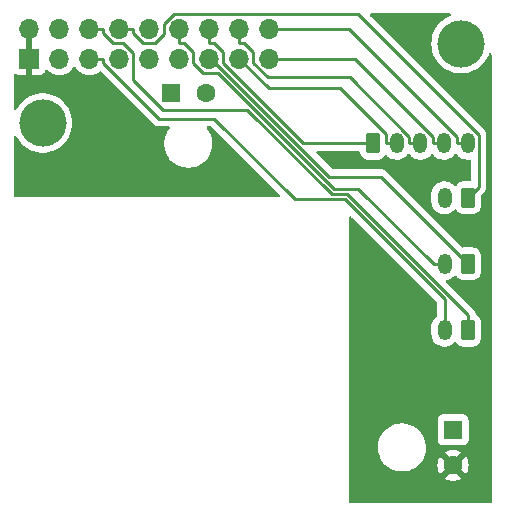
<source format=gbr>
%TF.GenerationSoftware,KiCad,Pcbnew,(6.0.2-0)*%
%TF.CreationDate,2023-02-02T13:40:45+11:00*%
%TF.ProjectId,AD3 HE Board,41443320-4845-4204-926f-6172642e6b69,rev?*%
%TF.SameCoordinates,PXbb4d38PY34c3148*%
%TF.FileFunction,Copper,L2,Bot*%
%TF.FilePolarity,Positive*%
%FSLAX46Y46*%
G04 Gerber Fmt 4.6, Leading zero omitted, Abs format (unit mm)*
G04 Created by KiCad (PCBNEW (6.0.2-0)) date 2023-02-02 13:40:45*
%MOMM*%
%LPD*%
G01*
G04 APERTURE LIST*
G04 Aperture macros list*
%AMRoundRect*
0 Rectangle with rounded corners*
0 $1 Rounding radius*
0 $2 $3 $4 $5 $6 $7 $8 $9 X,Y pos of 4 corners*
0 Add a 4 corners polygon primitive as box body*
4,1,4,$2,$3,$4,$5,$6,$7,$8,$9,$2,$3,0*
0 Add four circle primitives for the rounded corners*
1,1,$1+$1,$2,$3*
1,1,$1+$1,$4,$5*
1,1,$1+$1,$6,$7*
1,1,$1+$1,$8,$9*
0 Add four rect primitives between the rounded corners*
20,1,$1+$1,$2,$3,$4,$5,0*
20,1,$1+$1,$4,$5,$6,$7,0*
20,1,$1+$1,$6,$7,$8,$9,0*
20,1,$1+$1,$8,$9,$2,$3,0*%
G04 Aperture macros list end*
%TA.AperFunction,ComponentPad*%
%ADD10C,4.000000*%
%TD*%
%TA.AperFunction,ComponentPad*%
%ADD11R,1.700000X1.700000*%
%TD*%
%TA.AperFunction,ComponentPad*%
%ADD12O,1.700000X1.700000*%
%TD*%
%TA.AperFunction,ComponentPad*%
%ADD13R,1.605000X1.605000*%
%TD*%
%TA.AperFunction,ComponentPad*%
%ADD14C,1.605000*%
%TD*%
%TA.AperFunction,ComponentPad*%
%ADD15RoundRect,0.250000X0.350000X0.625000X-0.350000X0.625000X-0.350000X-0.625000X0.350000X-0.625000X0*%
%TD*%
%TA.AperFunction,ComponentPad*%
%ADD16O,1.200000X1.750000*%
%TD*%
%TA.AperFunction,ComponentPad*%
%ADD17RoundRect,0.250000X-0.350000X-0.625000X0.350000X-0.625000X0.350000X0.625000X-0.350000X0.625000X0*%
%TD*%
%TA.AperFunction,Conductor*%
%ADD18C,0.250000*%
%TD*%
G04 APERTURE END LIST*
D10*
%TO.P,H1,1*%
%TO.N,N/C*%
X3200000Y33025000D03*
%TD*%
D11*
%TO.P,J1,1,Pin_1*%
%TO.N,/Heater_GND*%
X2075000Y38450000D03*
D12*
%TO.P,J1,2,Pin_2*%
X2075000Y40990000D03*
%TO.P,J1,3,Pin_3*%
%TO.N,/Heater_VCC*%
X4615000Y38450000D03*
%TO.P,J1,4,Pin_4*%
X4615000Y40990000D03*
%TO.P,J1,5,Pin_5*%
%TO.N,/HS_Fan_GND*%
X7155000Y38450000D03*
%TO.P,J1,6,Pin_6*%
%TO.N,/HS_Fan_VCC*%
X7155000Y40990000D03*
%TO.P,J1,7,Pin_7*%
%TO.N,/LED_GND*%
X9695000Y38450000D03*
%TO.P,J1,8,Pin_8*%
%TO.N,/LED_VCC*%
X9695000Y40990000D03*
%TO.P,J1,9,Pin_9*%
%TO.N,unconnected-(J1-Pad9)*%
X12235000Y38450000D03*
%TO.P,J1,10,Pin_10*%
%TO.N,/Thermistor_1*%
X12235000Y40990000D03*
%TO.P,J1,11,Pin_11*%
%TO.N,/Thermistor_2*%
X14775000Y38450000D03*
%TO.P,J1,12,Pin_12*%
%TO.N,/PC_FAN_GND*%
X14775000Y40990000D03*
%TO.P,J1,13,Pin_13*%
%TO.N,/PC_FAN_VCC*%
X17315000Y38450000D03*
%TO.P,J1,14,Pin_14*%
%TO.N,/BLT_GND1*%
X17315000Y40990000D03*
%TO.P,J1,15,Pin_15*%
%TO.N,/BLT_5v*%
X19855000Y38450000D03*
%TO.P,J1,16,Pin_16*%
%TO.N,/BLT_PA1*%
X19855000Y40990000D03*
%TO.P,J1,17,Pin_17*%
%TO.N,/BLT_GND2*%
X22395000Y38450000D03*
%TO.P,J1,18,Pin_18*%
%TO.N,/BLT_PC14*%
X22395000Y40990000D03*
%TD*%
D10*
%TO.P,H2,1*%
%TO.N,N/C*%
X38625000Y39750000D03*
%TD*%
D13*
%TO.P,J3,1,1*%
%TO.N,/Thermistor_1*%
X14025000Y35595000D03*
D14*
%TO.P,J3,2,2*%
%TO.N,/Thermistor_2*%
X17025000Y35595000D03*
%TD*%
D15*
%TO.P,J5,1,Pin_1*%
%TO.N,/LED_VCC*%
X39225000Y26700000D03*
D16*
%TO.P,J5,2,Pin_2*%
%TO.N,/LED_GND*%
X37225000Y26700000D03*
%TD*%
D15*
%TO.P,J7,1,Pin_1*%
%TO.N,/HS_Fan_VCC*%
X39225000Y15475000D03*
D16*
%TO.P,J7,2,Pin_2*%
%TO.N,/HS_Fan_GND*%
X37225000Y15475000D03*
%TD*%
D13*
%TO.P,J2,1,1*%
%TO.N,/Heater_VCC*%
X37945000Y7050000D03*
D14*
%TO.P,J2,2,2*%
%TO.N,/Heater_GND*%
X37945000Y4050000D03*
%TD*%
D15*
%TO.P,J4,1,Pin_1*%
%TO.N,/PC_FAN_VCC*%
X39225000Y21100000D03*
D16*
%TO.P,J4,2,Pin_2*%
%TO.N,/PC_FAN_GND*%
X37225000Y21100000D03*
%TD*%
D17*
%TO.P,J6,1,Pin_1*%
%TO.N,/BLT_GND1*%
X31175000Y31300000D03*
D16*
%TO.P,J6,2,Pin_2*%
%TO.N,/BLT_5v*%
X33175000Y31300000D03*
%TO.P,J6,3,Pin_3*%
%TO.N,/BLT_PA1*%
X35175000Y31300000D03*
%TO.P,J6,4,Pin_4*%
%TO.N,/BLT_GND2*%
X37175000Y31300000D03*
%TO.P,J6,5,Pin_5*%
%TO.N,/BLT_PC14*%
X39175000Y31300000D03*
%TD*%
D18*
%TO.N,/HS_Fan_GND*%
X13013000Y33400000D02*
X17698600Y33400000D01*
X24538200Y26560400D02*
X28772100Y26560400D01*
X8330300Y38450000D02*
X8330300Y38082700D01*
X7155000Y38450000D02*
X8330300Y38450000D01*
X28772100Y26560400D02*
X37225000Y18107500D01*
X37225000Y18107500D02*
X37225000Y15475000D01*
X8330300Y38082700D02*
X13013000Y33400000D01*
X17698600Y33400000D02*
X24538200Y26560400D01*
%TO.N,/HS_Fan_VCC*%
X10031300Y39814700D02*
X9138200Y39814700D01*
X7155000Y40990000D02*
X8330300Y40990000D01*
X10870400Y36672600D02*
X10870400Y38975600D01*
X10870400Y38975600D02*
X10031300Y39814700D01*
X20517100Y34152800D02*
X13390200Y34152800D01*
X13390200Y34152800D02*
X10870400Y36672600D01*
X8330300Y40622600D02*
X8330300Y40990000D01*
X39225000Y15475000D02*
X39225000Y16777000D01*
X39225000Y16777000D02*
X28991300Y27010700D01*
X27659200Y27010700D02*
X20517100Y34152800D01*
X28991300Y27010700D02*
X27659200Y27010700D01*
X9138200Y39814700D02*
X8330300Y40622600D01*
%TO.N,/PC_FAN_GND*%
X18078300Y37228500D02*
X16812500Y37228500D01*
X36299700Y21100000D02*
X29938700Y27461000D01*
X29938700Y27461000D02*
X27845800Y27461000D01*
X14775000Y40990000D02*
X14775000Y39814700D01*
X15950300Y38090700D02*
X15950300Y39006800D01*
X15950300Y39006800D02*
X15142400Y39814700D01*
X37225000Y21100000D02*
X36299700Y21100000D01*
X15142400Y39814700D02*
X14775000Y39814700D01*
X27845800Y27461000D02*
X18078300Y37228500D01*
X16812500Y37228500D02*
X15950300Y38090700D01*
%TO.N,/PC_FAN_VCC*%
X17495700Y38450000D02*
X17315000Y38450000D01*
X39225000Y21100000D02*
X31853200Y28471800D01*
X31853200Y28471800D02*
X27473900Y28471800D01*
X27473900Y28471800D02*
X17495700Y38450000D01*
%TO.N,/LED_VCC*%
X29915000Y42211200D02*
X14289100Y42211200D01*
X39225000Y26700000D02*
X40119400Y27594400D01*
X13505000Y41427100D02*
X13505000Y40595200D01*
X40119400Y32006800D02*
X29915000Y42211200D01*
X10870300Y40622600D02*
X10870300Y40990000D01*
X11678200Y39814700D02*
X10870300Y40622600D01*
X13505000Y40595200D02*
X12724500Y39814700D01*
X12724500Y39814700D02*
X11678200Y39814700D01*
X40119400Y27594400D02*
X40119400Y32006800D01*
X14289100Y42211200D02*
X13505000Y41427100D01*
X9695000Y40990000D02*
X10870300Y40990000D01*
%TO.N,/BLT_PA1*%
X21030300Y39006800D02*
X20222400Y39814700D01*
X29242800Y36885200D02*
X22284200Y36885200D01*
X34249700Y31300000D02*
X34249700Y31878300D01*
X19855000Y40990000D02*
X19855000Y39814700D01*
X34249700Y31878300D02*
X29242800Y36885200D01*
X21030300Y38139100D02*
X21030300Y39006800D01*
X22284200Y36885200D02*
X21030300Y38139100D01*
X20222400Y39814700D02*
X19855000Y39814700D01*
X35175000Y31300000D02*
X34249700Y31300000D01*
%TO.N,/BLT_GND1*%
X18490300Y38094300D02*
X18490300Y39006800D01*
X25284600Y31300000D02*
X18490300Y38094300D01*
X18490300Y39006800D02*
X17682400Y39814700D01*
X17682400Y39814700D02*
X17315000Y39814700D01*
X31175000Y31300000D02*
X25284600Y31300000D01*
X17315000Y40990000D02*
X17315000Y39814700D01*
%TO.N,/BLT_PC14*%
X29138000Y40990000D02*
X22395000Y40990000D01*
X38249700Y31878300D02*
X29138000Y40990000D01*
X39175000Y31300000D02*
X38249700Y31300000D01*
X38249700Y31300000D02*
X38249700Y31878300D01*
%TO.N,/BLT_5v*%
X32249700Y31300000D02*
X32249700Y32109600D01*
X33175000Y31300000D02*
X32249700Y31300000D01*
X32249700Y32109600D02*
X28415400Y35943900D01*
X22361100Y35943900D02*
X19855000Y38450000D01*
X28415400Y35943900D02*
X22361100Y35943900D01*
%TO.N,/BLT_GND2*%
X37175000Y31300000D02*
X36249700Y31300000D01*
X36249700Y31878300D02*
X29678000Y38450000D01*
X29678000Y38450000D02*
X22395000Y38450000D01*
X36249700Y31300000D02*
X36249700Y31878300D01*
%TD*%
%TA.AperFunction,Conductor*%
%TO.N,/Heater_GND*%
G36*
X37701836Y42296998D02*
G01*
X37748329Y42243342D01*
X37758433Y42173068D01*
X37728939Y42108488D01*
X37680099Y42073848D01*
X37558495Y42025702D01*
X37558490Y42025700D01*
X37554821Y42024247D01*
X37551353Y42022341D01*
X37551352Y42022340D01*
X37482906Y41984711D01*
X37278221Y41872184D01*
X37107340Y41748032D01*
X37027375Y41689934D01*
X37022860Y41686654D01*
X36792767Y41470582D01*
X36591568Y41227375D01*
X36422438Y40960869D01*
X36420754Y40957290D01*
X36420750Y40957283D01*
X36346873Y40800285D01*
X36288044Y40675266D01*
X36190505Y40375072D01*
X36131359Y40065020D01*
X36111540Y39750000D01*
X36131359Y39434980D01*
X36190505Y39124928D01*
X36288044Y38824734D01*
X36289731Y38821148D01*
X36289733Y38821144D01*
X36420750Y38542717D01*
X36420754Y38542710D01*
X36422438Y38539131D01*
X36591568Y38272625D01*
X36594093Y38269573D01*
X36782060Y38042361D01*
X36792767Y38029418D01*
X37022860Y37813346D01*
X37026062Y37811019D01*
X37026064Y37811018D01*
X37037960Y37802375D01*
X37278221Y37627816D01*
X37281690Y37625909D01*
X37281693Y37625907D01*
X37512619Y37498954D01*
X37554821Y37475753D01*
X37558490Y37474300D01*
X37558495Y37474298D01*
X37828350Y37367455D01*
X37848298Y37359557D01*
X38154025Y37281060D01*
X38467179Y37241500D01*
X38782821Y37241500D01*
X39095975Y37281060D01*
X39401702Y37359557D01*
X39421650Y37367455D01*
X39691505Y37474298D01*
X39691510Y37474300D01*
X39695179Y37475753D01*
X39737381Y37498954D01*
X39968307Y37625907D01*
X39968310Y37625909D01*
X39971779Y37627816D01*
X40212040Y37802375D01*
X40223936Y37811018D01*
X40223938Y37811019D01*
X40227140Y37813346D01*
X40457233Y38029418D01*
X40467941Y38042361D01*
X40655907Y38269573D01*
X40658432Y38272625D01*
X40827562Y38539131D01*
X40829246Y38542710D01*
X40829250Y38542717D01*
X40960267Y38821144D01*
X40960269Y38821148D01*
X40961956Y38824734D01*
X40971167Y38853083D01*
X41011240Y38911688D01*
X41076636Y38939326D01*
X41146593Y38927219D01*
X41198900Y38879214D01*
X41217000Y38814147D01*
X41217000Y959000D01*
X41196998Y890879D01*
X41143342Y844386D01*
X41091000Y833000D01*
X29259000Y833000D01*
X29190879Y853002D01*
X29144386Y906658D01*
X29133000Y959000D01*
X29133000Y2962143D01*
X37221697Y2962143D01*
X37230994Y2950127D01*
X37282742Y2913893D01*
X37292228Y2908415D01*
X37490085Y2816154D01*
X37500381Y2812406D01*
X37711255Y2755902D01*
X37722042Y2754000D01*
X37939525Y2734973D01*
X37950475Y2734973D01*
X38167958Y2754000D01*
X38178745Y2755902D01*
X38389619Y2812406D01*
X38399915Y2816154D01*
X38597772Y2908415D01*
X38607258Y2913893D01*
X38659844Y2950713D01*
X38668219Y2961191D01*
X38661151Y2974639D01*
X37957812Y3677978D01*
X37943868Y3685592D01*
X37942035Y3685461D01*
X37935420Y3681210D01*
X37228127Y2973917D01*
X37221697Y2962143D01*
X29133000Y2962143D01*
X29133000Y5621141D01*
X31587776Y5621141D01*
X31587929Y5616753D01*
X31587929Y5616747D01*
X31596720Y5365027D01*
X31597701Y5336922D01*
X31598463Y5332599D01*
X31598464Y5332592D01*
X31621774Y5200397D01*
X31647085Y5056850D01*
X31648440Y5052679D01*
X31648442Y5052672D01*
X31721101Y4829051D01*
X31734967Y4786377D01*
X31736895Y4782424D01*
X31736897Y4782419D01*
X31744832Y4766151D01*
X31859637Y4530767D01*
X31862092Y4527128D01*
X31862095Y4527122D01*
X31938122Y4414408D01*
X32018667Y4294995D01*
X32021611Y4291726D01*
X32021612Y4291724D01*
X32038509Y4272958D01*
X32208963Y4083650D01*
X32426820Y3900846D01*
X32667998Y3750141D01*
X32927804Y3634469D01*
X33201179Y3556079D01*
X33205533Y3555467D01*
X33205538Y3555466D01*
X33375770Y3531542D01*
X33482804Y3516500D01*
X33696018Y3516500D01*
X33698204Y3516653D01*
X33698208Y3516653D01*
X33904315Y3531065D01*
X33904320Y3531066D01*
X33908700Y3531372D01*
X34186877Y3590501D01*
X34191006Y3592004D01*
X34191010Y3592005D01*
X34449974Y3686260D01*
X34449978Y3686262D01*
X34454119Y3687769D01*
X34458009Y3689837D01*
X34458015Y3689840D01*
X34701330Y3819213D01*
X34701336Y3819217D01*
X34705222Y3821283D01*
X34708782Y3823870D01*
X34708786Y3823872D01*
X34931738Y3985855D01*
X34931741Y3985858D01*
X34935301Y3988444D01*
X34985777Y4037188D01*
X34993375Y4044525D01*
X36629973Y4044525D01*
X36649000Y3827042D01*
X36650902Y3816255D01*
X36707406Y3605381D01*
X36711154Y3595085D01*
X36803415Y3397228D01*
X36808893Y3387742D01*
X36845713Y3335156D01*
X36856191Y3326781D01*
X36869639Y3333849D01*
X37572978Y4037188D01*
X37579356Y4048868D01*
X38309408Y4048868D01*
X38309539Y4047035D01*
X38313790Y4040420D01*
X39021083Y3333127D01*
X39032857Y3326697D01*
X39044873Y3335994D01*
X39081107Y3387742D01*
X39086585Y3397228D01*
X39178846Y3595085D01*
X39182594Y3605381D01*
X39239098Y3816255D01*
X39241000Y3827042D01*
X39260027Y4044525D01*
X39260027Y4055475D01*
X39241000Y4272958D01*
X39239098Y4283745D01*
X39182594Y4494619D01*
X39178846Y4504915D01*
X39086585Y4702772D01*
X39081107Y4712258D01*
X39044287Y4764844D01*
X39033809Y4773219D01*
X39020361Y4766151D01*
X38317022Y4062812D01*
X38309408Y4048868D01*
X37579356Y4048868D01*
X37580592Y4051132D01*
X37580461Y4052965D01*
X37576210Y4059580D01*
X36868917Y4766873D01*
X36857143Y4773303D01*
X36845127Y4764006D01*
X36808893Y4712258D01*
X36803415Y4702772D01*
X36711154Y4504915D01*
X36707406Y4494619D01*
X36650902Y4283745D01*
X36649000Y4272958D01*
X36629973Y4055475D01*
X36629973Y4044525D01*
X34993375Y4044525D01*
X35136710Y4182943D01*
X35136714Y4182947D01*
X35139875Y4186000D01*
X35314965Y4410104D01*
X35384630Y4530767D01*
X35454956Y4652575D01*
X35454959Y4652580D01*
X35457161Y4656395D01*
X35458811Y4660479D01*
X35458814Y4660485D01*
X35562047Y4915998D01*
X35563696Y4920079D01*
X35618232Y5138809D01*
X37221781Y5138809D01*
X37228849Y5125361D01*
X37932188Y4422022D01*
X37946132Y4414408D01*
X37947965Y4414539D01*
X37954580Y4418790D01*
X38661873Y5126083D01*
X38668303Y5137857D01*
X38659006Y5149873D01*
X38607258Y5186107D01*
X38597772Y5191585D01*
X38399915Y5283846D01*
X38389619Y5287594D01*
X38178745Y5344098D01*
X38167958Y5346000D01*
X37950475Y5365027D01*
X37939525Y5365027D01*
X37722042Y5346000D01*
X37711255Y5344098D01*
X37500381Y5287594D01*
X37490085Y5283846D01*
X37292228Y5191585D01*
X37282742Y5186107D01*
X37230156Y5149287D01*
X37221781Y5138809D01*
X35618232Y5138809D01*
X35632497Y5196024D01*
X35641728Y5283846D01*
X35661765Y5474490D01*
X35661765Y5474493D01*
X35662224Y5478859D01*
X35657409Y5616747D01*
X35652453Y5758681D01*
X35652452Y5758687D01*
X35652299Y5763078D01*
X35645389Y5802271D01*
X35603677Y6038827D01*
X35602915Y6043150D01*
X35601560Y6047321D01*
X35601558Y6047328D01*
X35552158Y6199366D01*
X36634000Y6199366D01*
X36640755Y6137184D01*
X36691885Y6000795D01*
X36779239Y5884239D01*
X36895795Y5796885D01*
X37032184Y5745755D01*
X37094366Y5739000D01*
X38795634Y5739000D01*
X38857816Y5745755D01*
X38994205Y5796885D01*
X39110761Y5884239D01*
X39198115Y6000795D01*
X39249245Y6137184D01*
X39256000Y6199366D01*
X39256000Y7900634D01*
X39249245Y7962816D01*
X39198115Y8099205D01*
X39110761Y8215761D01*
X38994205Y8303115D01*
X38857816Y8354245D01*
X38795634Y8361000D01*
X37094366Y8361000D01*
X37032184Y8354245D01*
X36895795Y8303115D01*
X36779239Y8215761D01*
X36691885Y8099205D01*
X36640755Y7962816D01*
X36634000Y7900634D01*
X36634000Y6199366D01*
X35552158Y6199366D01*
X35516394Y6309434D01*
X35515033Y6313623D01*
X35390363Y6569233D01*
X35387908Y6572872D01*
X35387905Y6572878D01*
X35233792Y6801359D01*
X35231333Y6805005D01*
X35041037Y7016350D01*
X34823180Y7199154D01*
X34582002Y7349859D01*
X34322196Y7465531D01*
X34048821Y7543921D01*
X34044467Y7544533D01*
X34044462Y7544534D01*
X33870833Y7568935D01*
X33767196Y7583500D01*
X33553982Y7583500D01*
X33551796Y7583347D01*
X33551792Y7583347D01*
X33345685Y7568935D01*
X33345680Y7568934D01*
X33341300Y7568628D01*
X33063123Y7509499D01*
X33058994Y7507996D01*
X33058990Y7507995D01*
X32800026Y7413740D01*
X32800022Y7413738D01*
X32795881Y7412231D01*
X32791991Y7410163D01*
X32791985Y7410160D01*
X32548670Y7280787D01*
X32548664Y7280783D01*
X32544778Y7278717D01*
X32541218Y7276130D01*
X32541214Y7276128D01*
X32318262Y7114145D01*
X32314699Y7111556D01*
X32311535Y7108500D01*
X32311532Y7108498D01*
X32113290Y6917057D01*
X32113286Y6917053D01*
X32110125Y6914000D01*
X31935035Y6689896D01*
X31932832Y6686080D01*
X31863089Y6565281D01*
X31792839Y6443605D01*
X31791189Y6439521D01*
X31791186Y6439515D01*
X31713105Y6246255D01*
X31686304Y6179921D01*
X31617503Y5903976D01*
X31617044Y5899608D01*
X31617043Y5899603D01*
X31600202Y5739369D01*
X31587776Y5621141D01*
X29133000Y5621141D01*
X29133000Y24999406D01*
X29153002Y25067527D01*
X29206658Y25114020D01*
X29276932Y25124124D01*
X29341512Y25094630D01*
X29348095Y25088501D01*
X36554595Y17882000D01*
X36588621Y17819688D01*
X36591500Y17792905D01*
X36591500Y16724807D01*
X36571498Y16656686D01*
X36538399Y16622037D01*
X36502280Y16596416D01*
X36502276Y16596413D01*
X36497389Y16592946D01*
X36351119Y16440150D01*
X36236380Y16262452D01*
X36157314Y16066263D01*
X36116772Y15858663D01*
X36116500Y15853101D01*
X36116500Y15147154D01*
X36131548Y14989434D01*
X36191092Y14786466D01*
X36193836Y14781139D01*
X36193836Y14781138D01*
X36241491Y14688611D01*
X36287942Y14598420D01*
X36418604Y14432080D01*
X36423135Y14428148D01*
X36423138Y14428145D01*
X36509058Y14353588D01*
X36578363Y14293448D01*
X36583549Y14290448D01*
X36583553Y14290445D01*
X36679957Y14234674D01*
X36761454Y14187527D01*
X36961271Y14118139D01*
X36967206Y14117278D01*
X36967208Y14117278D01*
X37164664Y14088648D01*
X37164667Y14088648D01*
X37170604Y14087787D01*
X37381899Y14097567D01*
X37513077Y14129181D01*
X37581701Y14145719D01*
X37581703Y14145720D01*
X37587534Y14147125D01*
X37592992Y14149607D01*
X37592996Y14149608D01*
X37708041Y14201916D01*
X37780087Y14234674D01*
X37952611Y14357054D01*
X37956753Y14361381D01*
X37956759Y14361386D01*
X38043806Y14452317D01*
X38105361Y14487694D01*
X38176270Y14484175D01*
X38234021Y14442879D01*
X38241965Y14431496D01*
X38276522Y14375652D01*
X38401697Y14250695D01*
X38407927Y14246855D01*
X38407928Y14246854D01*
X38545090Y14162306D01*
X38552262Y14157885D01*
X38577217Y14149608D01*
X38713611Y14104368D01*
X38713613Y14104368D01*
X38720139Y14102203D01*
X38726975Y14101503D01*
X38726978Y14101502D01*
X38765386Y14097567D01*
X38824600Y14091500D01*
X39625400Y14091500D01*
X39628646Y14091837D01*
X39628650Y14091837D01*
X39724308Y14101762D01*
X39724312Y14101763D01*
X39731166Y14102474D01*
X39737702Y14104655D01*
X39737704Y14104655D01*
X39872443Y14149608D01*
X39898946Y14158450D01*
X40049348Y14251522D01*
X40174305Y14376697D01*
X40211352Y14436798D01*
X40263275Y14521032D01*
X40263276Y14521034D01*
X40267115Y14527262D01*
X40322797Y14695139D01*
X40333500Y14799600D01*
X40333500Y16150400D01*
X40322526Y16256166D01*
X40318749Y16267489D01*
X40268868Y16416998D01*
X40266550Y16423946D01*
X40173478Y16574348D01*
X40048303Y16699305D01*
X40042072Y16703146D01*
X39914164Y16781990D01*
X39866671Y16834763D01*
X39855912Y16869278D01*
X39855673Y16876890D01*
X39850022Y16896342D01*
X39846014Y16915694D01*
X39844467Y16927937D01*
X39843474Y16935797D01*
X39840556Y16943168D01*
X39827200Y16976903D01*
X39823355Y16988130D01*
X39816557Y17011527D01*
X39811018Y17030593D01*
X39806984Y17037415D01*
X39806981Y17037421D01*
X39800706Y17048032D01*
X39792010Y17065782D01*
X39787472Y17077244D01*
X39787469Y17077249D01*
X39784552Y17084617D01*
X39758573Y17120375D01*
X39752057Y17130293D01*
X39733575Y17161543D01*
X39729542Y17168363D01*
X39715218Y17182687D01*
X39702376Y17197722D01*
X39690472Y17214107D01*
X39656406Y17242289D01*
X39647627Y17250278D01*
X37374381Y19523524D01*
X37340355Y19585836D01*
X37345420Y19656651D01*
X37387967Y19713487D01*
X37433955Y19735112D01*
X37581701Y19770719D01*
X37581703Y19770720D01*
X37587534Y19772125D01*
X37592992Y19774607D01*
X37592996Y19774608D01*
X37708041Y19826916D01*
X37780087Y19859674D01*
X37952611Y19982054D01*
X37956753Y19986381D01*
X37956759Y19986386D01*
X38043806Y20077317D01*
X38105361Y20112694D01*
X38176270Y20109175D01*
X38234021Y20067879D01*
X38241965Y20056496D01*
X38276522Y20000652D01*
X38401697Y19875695D01*
X38407927Y19871855D01*
X38407928Y19871854D01*
X38545090Y19787306D01*
X38552262Y19782885D01*
X38577217Y19774608D01*
X38713611Y19729368D01*
X38713613Y19729368D01*
X38720139Y19727203D01*
X38726975Y19726503D01*
X38726978Y19726502D01*
X38765386Y19722567D01*
X38824600Y19716500D01*
X39625400Y19716500D01*
X39628646Y19716837D01*
X39628650Y19716837D01*
X39724308Y19726762D01*
X39724312Y19726763D01*
X39731166Y19727474D01*
X39737702Y19729655D01*
X39737704Y19729655D01*
X39872443Y19774608D01*
X39898946Y19783450D01*
X40049348Y19876522D01*
X40174305Y20001697D01*
X40208081Y20056491D01*
X40263275Y20146032D01*
X40263276Y20146034D01*
X40267115Y20152262D01*
X40322797Y20320139D01*
X40333500Y20424600D01*
X40333500Y21775400D01*
X40322526Y21881166D01*
X40266550Y22048946D01*
X40173478Y22199348D01*
X40048303Y22324305D01*
X39897738Y22417115D01*
X39817995Y22443564D01*
X39736389Y22470632D01*
X39736387Y22470632D01*
X39729861Y22472797D01*
X39723025Y22473497D01*
X39723022Y22473498D01*
X39679969Y22477909D01*
X39625400Y22483500D01*
X38824600Y22483500D01*
X38821354Y22483163D01*
X38821350Y22483163D01*
X38805276Y22481495D01*
X38735454Y22494360D01*
X38703177Y22517727D01*
X35543588Y25677317D01*
X32356852Y28864053D01*
X32349312Y28872339D01*
X32345200Y28878818D01*
X32295548Y28925444D01*
X32292707Y28928198D01*
X32272970Y28947935D01*
X32269773Y28950415D01*
X32260751Y28958120D01*
X32234300Y28982959D01*
X32228521Y28988386D01*
X32221575Y28992205D01*
X32221572Y28992207D01*
X32210766Y28998148D01*
X32194247Y29008999D01*
X32193783Y29009359D01*
X32178241Y29021414D01*
X32170972Y29024559D01*
X32170968Y29024562D01*
X32137663Y29038974D01*
X32127013Y29044191D01*
X32088260Y29065495D01*
X32068637Y29070533D01*
X32049934Y29076937D01*
X32038620Y29081833D01*
X32038619Y29081833D01*
X32031345Y29084981D01*
X32023522Y29086220D01*
X32023512Y29086223D01*
X31987676Y29091899D01*
X31976056Y29094305D01*
X31940911Y29103328D01*
X31940910Y29103328D01*
X31933230Y29105300D01*
X31912976Y29105300D01*
X31893265Y29106851D01*
X31881086Y29108780D01*
X31873257Y29110020D01*
X31865365Y29109274D01*
X31829239Y29105859D01*
X31817381Y29105300D01*
X27788494Y29105300D01*
X27720373Y29125302D01*
X27699399Y29142205D01*
X26390199Y30451405D01*
X26356173Y30513717D01*
X26361238Y30584532D01*
X26403785Y30641368D01*
X26470305Y30666179D01*
X26479294Y30666500D01*
X29948550Y30666500D01*
X30016671Y30646498D01*
X30063164Y30592842D01*
X30073877Y30553504D01*
X30077474Y30518834D01*
X30133450Y30351054D01*
X30226522Y30200652D01*
X30351697Y30075695D01*
X30357927Y30071855D01*
X30357928Y30071854D01*
X30495090Y29987306D01*
X30502262Y29982885D01*
X30527217Y29974608D01*
X30663611Y29929368D01*
X30663613Y29929368D01*
X30670139Y29927203D01*
X30676975Y29926503D01*
X30676978Y29926502D01*
X30715386Y29922567D01*
X30774600Y29916500D01*
X31575400Y29916500D01*
X31578646Y29916837D01*
X31578650Y29916837D01*
X31674308Y29926762D01*
X31674312Y29926763D01*
X31681166Y29927474D01*
X31687702Y29929655D01*
X31687704Y29929655D01*
X31822443Y29974608D01*
X31848946Y29983450D01*
X31999348Y30076522D01*
X32124305Y30201697D01*
X32156075Y30253236D01*
X32208846Y30300729D01*
X32278918Y30312153D01*
X32344042Y30283879D01*
X32362418Y30264955D01*
X32368604Y30257080D01*
X32373135Y30253148D01*
X32373138Y30253145D01*
X32459058Y30178588D01*
X32528363Y30118448D01*
X32533549Y30115448D01*
X32533553Y30115445D01*
X32629957Y30059674D01*
X32711454Y30012527D01*
X32911271Y29943139D01*
X32917206Y29942278D01*
X32917208Y29942278D01*
X33114664Y29913648D01*
X33114667Y29913648D01*
X33120604Y29912787D01*
X33331899Y29922567D01*
X33485899Y29959681D01*
X33531701Y29970719D01*
X33531703Y29970720D01*
X33537534Y29972125D01*
X33542992Y29974607D01*
X33542996Y29974608D01*
X33658041Y30026916D01*
X33730087Y30059674D01*
X33902611Y30182054D01*
X34048881Y30334850D01*
X34060124Y30352262D01*
X34069746Y30367163D01*
X34123501Y30413540D01*
X34193797Y30423493D01*
X34258314Y30393861D01*
X34274681Y30376649D01*
X34368604Y30257080D01*
X34373135Y30253148D01*
X34373138Y30253145D01*
X34459058Y30178588D01*
X34528363Y30118448D01*
X34533549Y30115448D01*
X34533553Y30115445D01*
X34629957Y30059674D01*
X34711454Y30012527D01*
X34911271Y29943139D01*
X34917206Y29942278D01*
X34917208Y29942278D01*
X35114664Y29913648D01*
X35114667Y29913648D01*
X35120604Y29912787D01*
X35331899Y29922567D01*
X35485899Y29959681D01*
X35531701Y29970719D01*
X35531703Y29970720D01*
X35537534Y29972125D01*
X35542992Y29974607D01*
X35542996Y29974608D01*
X35658041Y30026916D01*
X35730087Y30059674D01*
X35902611Y30182054D01*
X36048881Y30334850D01*
X36060124Y30352262D01*
X36069746Y30367163D01*
X36123501Y30413540D01*
X36193797Y30423493D01*
X36258314Y30393861D01*
X36274681Y30376649D01*
X36368604Y30257080D01*
X36373135Y30253148D01*
X36373138Y30253145D01*
X36459058Y30178588D01*
X36528363Y30118448D01*
X36533549Y30115448D01*
X36533553Y30115445D01*
X36629957Y30059674D01*
X36711454Y30012527D01*
X36911271Y29943139D01*
X36917206Y29942278D01*
X36917208Y29942278D01*
X37114664Y29913648D01*
X37114667Y29913648D01*
X37120604Y29912787D01*
X37331899Y29922567D01*
X37485899Y29959681D01*
X37531701Y29970719D01*
X37531703Y29970720D01*
X37537534Y29972125D01*
X37542992Y29974607D01*
X37542996Y29974608D01*
X37658041Y30026916D01*
X37730087Y30059674D01*
X37902611Y30182054D01*
X38048881Y30334850D01*
X38060124Y30352262D01*
X38069746Y30367163D01*
X38123501Y30413540D01*
X38193797Y30423493D01*
X38258314Y30393861D01*
X38274681Y30376649D01*
X38368604Y30257080D01*
X38373135Y30253148D01*
X38373138Y30253145D01*
X38459058Y30178588D01*
X38528363Y30118448D01*
X38533549Y30115448D01*
X38533553Y30115445D01*
X38629957Y30059674D01*
X38711454Y30012527D01*
X38911271Y29943139D01*
X38917206Y29942278D01*
X38917208Y29942278D01*
X39114664Y29913648D01*
X39114667Y29913648D01*
X39120604Y29912787D01*
X39331899Y29922567D01*
X39337734Y29923973D01*
X39342146Y29924601D01*
X39412406Y29914397D01*
X39465995Y29867827D01*
X39485900Y29799858D01*
X39485900Y28209500D01*
X39465898Y28141379D01*
X39412242Y28094886D01*
X39359900Y28083500D01*
X38824600Y28083500D01*
X38821354Y28083163D01*
X38821350Y28083163D01*
X38725692Y28073238D01*
X38725688Y28073237D01*
X38718834Y28072526D01*
X38712298Y28070345D01*
X38712296Y28070345D01*
X38589213Y28029281D01*
X38551054Y28016550D01*
X38400652Y27923478D01*
X38275695Y27798303D01*
X38271855Y27792073D01*
X38271854Y27792072D01*
X38243926Y27746764D01*
X38191154Y27699271D01*
X38121082Y27687847D01*
X38055958Y27716121D01*
X38037582Y27735045D01*
X38031396Y27742920D01*
X38026865Y27746852D01*
X38026862Y27746855D01*
X37876167Y27877621D01*
X37871637Y27881552D01*
X37866451Y27884552D01*
X37866447Y27884555D01*
X37693742Y27984467D01*
X37688546Y27987473D01*
X37488729Y28056861D01*
X37482794Y28057722D01*
X37482792Y28057722D01*
X37285336Y28086352D01*
X37285333Y28086352D01*
X37279396Y28087213D01*
X37068101Y28077433D01*
X36936923Y28045819D01*
X36868299Y28029281D01*
X36868297Y28029280D01*
X36862466Y28027875D01*
X36857008Y28025393D01*
X36857004Y28025392D01*
X36741959Y27973084D01*
X36669913Y27940326D01*
X36497389Y27817946D01*
X36351119Y27665150D01*
X36236380Y27487452D01*
X36234137Y27481886D01*
X36167036Y27315386D01*
X36157314Y27291263D01*
X36116772Y27083663D01*
X36116500Y27078101D01*
X36116500Y26372154D01*
X36131548Y26214434D01*
X36191092Y26011466D01*
X36193836Y26006139D01*
X36193836Y26006138D01*
X36280303Y25838253D01*
X36287942Y25823420D01*
X36418604Y25657080D01*
X36423135Y25653148D01*
X36423138Y25653145D01*
X36509058Y25578588D01*
X36578363Y25518448D01*
X36583549Y25515448D01*
X36583553Y25515445D01*
X36679957Y25459674D01*
X36761454Y25412527D01*
X36961271Y25343139D01*
X36967206Y25342278D01*
X36967208Y25342278D01*
X37164664Y25313648D01*
X37164667Y25313648D01*
X37170604Y25312787D01*
X37381899Y25322567D01*
X37513077Y25354181D01*
X37581701Y25370719D01*
X37581703Y25370720D01*
X37587534Y25372125D01*
X37592992Y25374607D01*
X37592996Y25374608D01*
X37708041Y25426916D01*
X37780087Y25459674D01*
X37952611Y25582054D01*
X37956753Y25586381D01*
X37956759Y25586386D01*
X38043806Y25677317D01*
X38105361Y25712694D01*
X38176270Y25709175D01*
X38234021Y25667879D01*
X38241965Y25656496D01*
X38276522Y25600652D01*
X38401697Y25475695D01*
X38407927Y25471855D01*
X38407928Y25471854D01*
X38545090Y25387306D01*
X38552262Y25382885D01*
X38577217Y25374608D01*
X38713611Y25329368D01*
X38713613Y25329368D01*
X38720139Y25327203D01*
X38726975Y25326503D01*
X38726978Y25326502D01*
X38765386Y25322567D01*
X38824600Y25316500D01*
X39625400Y25316500D01*
X39628646Y25316837D01*
X39628650Y25316837D01*
X39724308Y25326762D01*
X39724312Y25326763D01*
X39731166Y25327474D01*
X39737702Y25329655D01*
X39737704Y25329655D01*
X39872443Y25374608D01*
X39898946Y25383450D01*
X40049348Y25476522D01*
X40174305Y25601697D01*
X40211352Y25661798D01*
X40263275Y25746032D01*
X40263276Y25746034D01*
X40267115Y25752262D01*
X40322797Y25920139D01*
X40333500Y26024600D01*
X40333500Y26860406D01*
X40353502Y26928527D01*
X40370405Y26949501D01*
X40511647Y27090743D01*
X40519937Y27098287D01*
X40526418Y27102400D01*
X40573059Y27152068D01*
X40575813Y27154909D01*
X40595535Y27174631D01*
X40598012Y27177824D01*
X40605717Y27186845D01*
X40630559Y27213300D01*
X40635986Y27219079D01*
X40639807Y27226029D01*
X40645746Y27236832D01*
X40656602Y27253359D01*
X40664157Y27263098D01*
X40664158Y27263100D01*
X40669014Y27269360D01*
X40686574Y27309940D01*
X40691791Y27320588D01*
X40709275Y27352391D01*
X40709276Y27352393D01*
X40713095Y27359340D01*
X40718133Y27378963D01*
X40724537Y27397666D01*
X40729433Y27408980D01*
X40729433Y27408981D01*
X40732581Y27416255D01*
X40733820Y27424078D01*
X40733823Y27424088D01*
X40739499Y27459924D01*
X40741905Y27471544D01*
X40750928Y27506689D01*
X40750928Y27506690D01*
X40752900Y27514370D01*
X40752900Y27534624D01*
X40754451Y27554335D01*
X40756380Y27566514D01*
X40757620Y27574343D01*
X40753459Y27618362D01*
X40752900Y27630219D01*
X40752900Y31928033D01*
X40753427Y31939216D01*
X40755102Y31946709D01*
X40754027Y31980930D01*
X40752962Y32014799D01*
X40752900Y32018757D01*
X40752900Y32046656D01*
X40752396Y32050647D01*
X40751463Y32062489D01*
X40750323Y32098764D01*
X40750074Y32106689D01*
X40747862Y32114303D01*
X40747861Y32114308D01*
X40744423Y32126141D01*
X40740412Y32145505D01*
X40738867Y32157736D01*
X40737874Y32165597D01*
X40734957Y32172964D01*
X40734956Y32172969D01*
X40721598Y32206708D01*
X40717754Y32217935D01*
X40711113Y32240791D01*
X40705418Y32260393D01*
X40695107Y32277828D01*
X40686412Y32295576D01*
X40678952Y32314417D01*
X40652964Y32350187D01*
X40646448Y32360107D01*
X40627980Y32391335D01*
X40627978Y32391338D01*
X40623942Y32398162D01*
X40609621Y32412483D01*
X40596780Y32427517D01*
X40589531Y32437494D01*
X40584872Y32443907D01*
X40550795Y32472098D01*
X40542016Y32480088D01*
X30920200Y42101905D01*
X30886174Y42164217D01*
X30891239Y42235032D01*
X30933786Y42291868D01*
X31000306Y42316679D01*
X31009295Y42317000D01*
X37633715Y42317000D01*
X37701836Y42296998D01*
G37*
%TD.AperFunction*%
%TA.AperFunction,Conductor*%
G36*
X2271121Y41223998D02*
G01*
X2317614Y41170342D01*
X2329000Y41118000D01*
X2329000Y37110116D01*
X2333475Y37094877D01*
X2334865Y37093672D01*
X2342548Y37092001D01*
X2969669Y37092001D01*
X2976490Y37092371D01*
X3027352Y37097895D01*
X3042604Y37101521D01*
X3163054Y37146676D01*
X3178649Y37155214D01*
X3280724Y37231715D01*
X3293285Y37244276D01*
X3369786Y37346351D01*
X3378324Y37361946D01*
X3419225Y37471048D01*
X3461867Y37527812D01*
X3528428Y37552512D01*
X3597777Y37537304D01*
X3632444Y37509316D01*
X3657865Y37479969D01*
X3657869Y37479965D01*
X3661250Y37476062D01*
X3833126Y37333368D01*
X4026000Y37220662D01*
X4030825Y37218820D01*
X4030826Y37218819D01*
X4089085Y37196572D01*
X4234692Y37140970D01*
X4239760Y37139939D01*
X4239763Y37139938D01*
X4347017Y37118117D01*
X4453597Y37096433D01*
X4458772Y37096243D01*
X4458774Y37096243D01*
X4671673Y37088436D01*
X4671677Y37088436D01*
X4676837Y37088247D01*
X4681957Y37088903D01*
X4681959Y37088903D01*
X4893288Y37115975D01*
X4893289Y37115975D01*
X4898416Y37116632D01*
X4903366Y37118117D01*
X5107429Y37179339D01*
X5107434Y37179341D01*
X5112384Y37180826D01*
X5312994Y37279104D01*
X5494860Y37408827D01*
X5653096Y37566511D01*
X5783453Y37747923D01*
X5784776Y37746972D01*
X5831645Y37790143D01*
X5901580Y37802375D01*
X5967026Y37774856D01*
X5994875Y37743006D01*
X6054987Y37644912D01*
X6201250Y37476062D01*
X6373126Y37333368D01*
X6566000Y37220662D01*
X6570825Y37218820D01*
X6570826Y37218819D01*
X6629085Y37196572D01*
X6774692Y37140970D01*
X6779760Y37139939D01*
X6779763Y37139938D01*
X6887017Y37118117D01*
X6993597Y37096433D01*
X6998772Y37096243D01*
X6998774Y37096243D01*
X7211673Y37088436D01*
X7211677Y37088436D01*
X7216837Y37088247D01*
X7221957Y37088903D01*
X7221959Y37088903D01*
X7433288Y37115975D01*
X7433289Y37115975D01*
X7438416Y37116632D01*
X7443366Y37118117D01*
X7647429Y37179339D01*
X7647434Y37179341D01*
X7652384Y37180826D01*
X7852994Y37279104D01*
X7929070Y37333368D01*
X7990869Y37377448D01*
X8057943Y37400722D01*
X8126951Y37384038D01*
X8153132Y37363964D01*
X12509348Y33007747D01*
X12516888Y32999461D01*
X12521000Y32992982D01*
X12526777Y32987557D01*
X12570651Y32946357D01*
X12573493Y32943602D01*
X12593230Y32923865D01*
X12596427Y32921385D01*
X12605447Y32913682D01*
X12637679Y32883414D01*
X12644625Y32879595D01*
X12644628Y32879593D01*
X12655434Y32873652D01*
X12671953Y32862801D01*
X12687959Y32850386D01*
X12695228Y32847241D01*
X12695232Y32847238D01*
X12728537Y32832826D01*
X12739187Y32827609D01*
X12777940Y32806305D01*
X12785615Y32804334D01*
X12785616Y32804334D01*
X12797562Y32801267D01*
X12816267Y32794863D01*
X12834855Y32786819D01*
X12842678Y32785580D01*
X12842688Y32785577D01*
X12878524Y32779901D01*
X12890144Y32777495D01*
X12925289Y32768472D01*
X12932970Y32766500D01*
X12953224Y32766500D01*
X12972934Y32764949D01*
X12992943Y32761780D01*
X13000835Y32762526D01*
X13036961Y32765941D01*
X13048819Y32766500D01*
X13851400Y32766500D01*
X13919521Y32746498D01*
X13966014Y32692842D01*
X13976118Y32622568D01*
X13950689Y32562927D01*
X13837752Y32418374D01*
X13835035Y32414896D01*
X13828613Y32403773D01*
X13695359Y32172969D01*
X13692839Y32168605D01*
X13691189Y32164521D01*
X13691186Y32164515D01*
X13631495Y32016772D01*
X13586304Y31904921D01*
X13585240Y31900652D01*
X13585239Y31900650D01*
X13563667Y31814131D01*
X13517503Y31628976D01*
X13517044Y31624608D01*
X13517043Y31624603D01*
X13508632Y31544573D01*
X13487776Y31346141D01*
X13487929Y31341753D01*
X13487929Y31341747D01*
X13496860Y31086018D01*
X13497701Y31061922D01*
X13498463Y31057599D01*
X13498464Y31057592D01*
X13526092Y30900907D01*
X13547085Y30781850D01*
X13548440Y30777679D01*
X13548442Y30777672D01*
X13620129Y30557045D01*
X13634967Y30511377D01*
X13636895Y30507424D01*
X13636897Y30507419D01*
X13692284Y30393861D01*
X13759637Y30255767D01*
X13762092Y30252128D01*
X13762095Y30252122D01*
X13806438Y30186381D01*
X13918667Y30019995D01*
X13921611Y30016726D01*
X13921612Y30016724D01*
X13925391Y30012527D01*
X14108963Y29808650D01*
X14326820Y29625846D01*
X14567998Y29475141D01*
X14827804Y29359469D01*
X15101179Y29281079D01*
X15105533Y29280467D01*
X15105538Y29280466D01*
X15275770Y29256542D01*
X15382804Y29241500D01*
X15596018Y29241500D01*
X15598204Y29241653D01*
X15598208Y29241653D01*
X15804315Y29256065D01*
X15804320Y29256066D01*
X15808700Y29256372D01*
X16086877Y29315501D01*
X16091006Y29317004D01*
X16091010Y29317005D01*
X16349974Y29411260D01*
X16349978Y29411262D01*
X16354119Y29412769D01*
X16358009Y29414837D01*
X16358015Y29414840D01*
X16601330Y29544213D01*
X16601336Y29544217D01*
X16605222Y29546283D01*
X16608782Y29548870D01*
X16608786Y29548872D01*
X16831738Y29710855D01*
X16831741Y29710858D01*
X16835301Y29713444D01*
X16930960Y29805821D01*
X17036710Y29907943D01*
X17036714Y29907947D01*
X17039875Y29911000D01*
X17044429Y29916828D01*
X17168549Y30075695D01*
X17214965Y30135104D01*
X17283116Y30253145D01*
X17354956Y30377575D01*
X17354959Y30377580D01*
X17357161Y30381395D01*
X17358811Y30385479D01*
X17358814Y30385485D01*
X17462047Y30640998D01*
X17463696Y30645079D01*
X17532497Y30921024D01*
X17549839Y31086018D01*
X17561765Y31199490D01*
X17561765Y31199493D01*
X17562224Y31203859D01*
X17562071Y31208253D01*
X17552453Y31483681D01*
X17552452Y31483687D01*
X17552299Y31488078D01*
X17542338Y31544573D01*
X17503677Y31763827D01*
X17502915Y31768150D01*
X17501560Y31772321D01*
X17501558Y31772328D01*
X17416394Y32034434D01*
X17415033Y32038623D01*
X17413050Y32042690D01*
X17327576Y32217935D01*
X17290363Y32294233D01*
X17287908Y32297872D01*
X17287905Y32297878D01*
X17139231Y32518296D01*
X17131333Y32530005D01*
X17107756Y32556190D01*
X17077038Y32620197D01*
X17085803Y32690651D01*
X17131266Y32745182D01*
X17201392Y32766500D01*
X17384006Y32766500D01*
X17452127Y32746498D01*
X17473101Y32729595D01*
X23254600Y26948095D01*
X23288626Y26885783D01*
X23283561Y26814968D01*
X23241014Y26758132D01*
X23174494Y26733321D01*
X23165505Y26733000D01*
X859000Y26733000D01*
X790879Y26753002D01*
X744386Y26806658D01*
X733000Y26859000D01*
X733000Y31812400D01*
X753002Y31880521D01*
X806658Y31927014D01*
X876932Y31937118D01*
X941512Y31907624D01*
X973008Y31866049D01*
X997438Y31814131D01*
X1166568Y31547625D01*
X1367767Y31304418D01*
X1597860Y31088346D01*
X1853221Y30902816D01*
X1856690Y30900909D01*
X1856693Y30900907D01*
X2073256Y30781850D01*
X2129821Y30750753D01*
X2133490Y30749300D01*
X2133495Y30749298D01*
X2406095Y30641368D01*
X2423298Y30634557D01*
X2729025Y30556060D01*
X3042179Y30516500D01*
X3357821Y30516500D01*
X3670975Y30556060D01*
X3976702Y30634557D01*
X3993905Y30641368D01*
X4266505Y30749298D01*
X4266510Y30749300D01*
X4270179Y30750753D01*
X4326744Y30781850D01*
X4543307Y30900907D01*
X4543310Y30900909D01*
X4546779Y30902816D01*
X4802140Y31088346D01*
X5032233Y31304418D01*
X5233432Y31547625D01*
X5402562Y31814131D01*
X5404246Y31817710D01*
X5404250Y31817717D01*
X5535267Y32096144D01*
X5535269Y32096148D01*
X5536956Y32099734D01*
X5634495Y32399928D01*
X5693641Y32709980D01*
X5713460Y33025000D01*
X5693641Y33340020D01*
X5634495Y33650072D01*
X5536956Y33950266D01*
X5451257Y34132387D01*
X5404250Y34232283D01*
X5404246Y34232290D01*
X5402562Y34235869D01*
X5233432Y34502375D01*
X5032233Y34745582D01*
X4802140Y34961654D01*
X4546779Y35147184D01*
X4398991Y35228432D01*
X4273648Y35297340D01*
X4273647Y35297341D01*
X4270179Y35299247D01*
X4266510Y35300700D01*
X4266505Y35300702D01*
X3980372Y35413990D01*
X3980371Y35413990D01*
X3976702Y35415443D01*
X3670975Y35493940D01*
X3357821Y35533500D01*
X3042179Y35533500D01*
X2729025Y35493940D01*
X2423298Y35415443D01*
X2419629Y35413990D01*
X2419628Y35413990D01*
X2133495Y35300702D01*
X2133490Y35300700D01*
X2129821Y35299247D01*
X2126353Y35297341D01*
X2126352Y35297340D01*
X2001010Y35228432D01*
X1853221Y35147184D01*
X1597860Y34961654D01*
X1367767Y34745582D01*
X1166568Y34502375D01*
X997438Y34235869D01*
X995751Y34232283D01*
X973008Y34183952D01*
X925906Y34130831D01*
X857561Y34111608D01*
X789673Y34132387D01*
X743796Y34186570D01*
X733000Y34237600D01*
X733000Y37081958D01*
X753002Y37150079D01*
X806658Y37196572D01*
X876932Y37206676D01*
X934565Y37182784D01*
X971352Y37155214D01*
X986946Y37146676D01*
X1107394Y37101522D01*
X1122649Y37097895D01*
X1173514Y37092369D01*
X1180328Y37092000D01*
X1802885Y37092000D01*
X1818124Y37096475D01*
X1819329Y37097865D01*
X1821000Y37105548D01*
X1821000Y41118000D01*
X1841002Y41186121D01*
X1894658Y41232614D01*
X1947000Y41244000D01*
X2203000Y41244000D01*
X2271121Y41223998D01*
G37*
%TD.AperFunction*%
%TD*%
M02*

</source>
